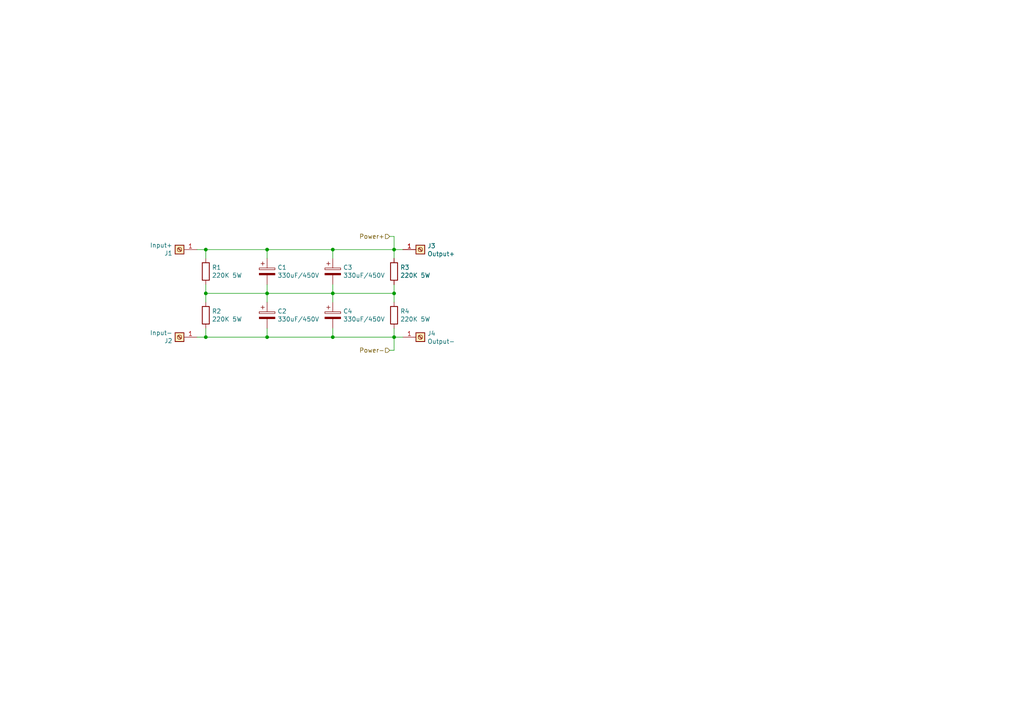
<source format=kicad_sch>
(kicad_sch (version 20211123) (generator eeschema)
  (paper "A4")
  (title_block (title "Full Capacitor Bank") (date "2020-01-07") (rev "1"))
  (lib_symbols
    (symbol "Connector:Screw_Terminal_01x01" (pin_names (offset 1.016) hide)
      (property "Reference" "J" (at 0 2.54 0))
      (property "Value" "Screw_Terminal_01x01" (at 0 -2.54 0))
      (symbol "Screw_Terminal_01x01_1_1"
        (rectangle (start -1.27 1.27) (end 1.27 -1.27) (stroke (width 0.254)) (fill (type background)))
        (polyline (pts (xy -0.5334 0.3302) (xy 0.3302 -0.508)) (stroke (width 0.1524)))
        (polyline (pts (xy -0.3556 0.508) (xy 0.508 -0.3302)) (stroke (width 0.1524)))
        (circle (center 0 0) (radius 0.635) (stroke (width 0.1524)))
        (pin passive line (at -5.08 0 0) (length 3.81) (name "Pin_1") (number "1"))
      )
    )
    (symbol "Device:C_Polarized" (pin_numbers hide) (pin_names (offset 0.254))
      (property "Reference" "C" (at 0.635 2.54 0))
      (property "Value" "C_Polarized" (at 0.635 -2.54 0))
      (symbol "C_Polarized_0_1"
        (rectangle (start -2.286 0.508) (end 2.286 1.016))
        (polyline (pts (xy -1.778 2.286) (xy -0.762 2.286)))
        (polyline (pts (xy -1.27 2.794) (xy -1.27 1.778)))
        (rectangle (start 2.286 -0.508) (end -2.286 -1.016) (fill (type outline)))
      )
      (symbol "C_Polarized_1_1"
        (pin passive line (at 0 3.81 270) (length 2.794) (name "~") (number "1"))
        (pin passive line (at 0 -3.81 90) (length 2.794) (name "~") (number "2"))
      )
    )
    (symbol "Device:R" (pin_numbers hide) (pin_names (offset 0))
      (property "Reference" "R" (at 2.032 0 90))
      (property "Value" "R" (at 0 0 90))
      (symbol "R_0_1"
        (rectangle (start -1.016 -2.54) (end 1.016 2.54) (stroke (width 0.254)))
      )
      (symbol "R_1_1"
        (pin passive line (at 0 3.81 270) (length 1.27) (name "~") (number "1"))
        (pin passive line (at 0 -3.81 90) (length 1.27) (name "~") (number "2"))
      )
    )
  )
  (junction (at 77.47 97.79))
  (junction (at 77.47 85.09))
  (junction (at 114.3 85.09))
  (junction (at 59.69 97.79))
  (junction (at 114.3 97.79))
  (junction (at 59.69 85.09))
  (junction (at 77.47 72.39))
  (junction (at 96.52 72.39))
  (junction (at 59.69 72.39))
  (junction (at 96.52 97.79))
  (junction (at 96.52 85.09))
  (junction (at 114.3 72.39))
  (wire (pts (xy 57.15 97.79) (xy 59.69 97.79)))
  (wire (pts (xy 59.69 82.55) (xy 59.69 85.09)))
  (wire (pts (xy 114.3 97.79) (xy 114.3 101.6)))
  (wire (pts (xy 59.69 87.63) (xy 59.69 85.09)))
  (wire (pts (xy 77.47 87.63) (xy 77.47 85.09)))
  (wire (pts (xy 114.3 87.63) (xy 114.3 85.09)))
  (wire (pts (xy 59.69 72.39) (xy 59.69 74.93)))
  (wire (pts (xy 113.03 68.58) (xy 114.3 68.58)))
  (wire (pts (xy 77.47 85.09) (xy 96.52 85.09)))
  (wire (pts (xy 59.69 72.39) (xy 77.47 72.39)))
  (wire (pts (xy 114.3 82.55) (xy 114.3 85.09)))
  (wire (pts (xy 114.3 74.93) (xy 114.3 72.39)))
  (wire (pts (xy 59.69 95.25) (xy 59.69 97.79)))
  (wire (pts (xy 77.47 97.79) (xy 96.52 97.79)))
  (wire (pts (xy 114.3 85.09) (xy 96.52 85.09)))
  (wire (pts (xy 59.69 85.09) (xy 77.47 85.09)))
  (wire (pts (xy 114.3 97.79) (xy 116.84 97.79)))
  (wire (pts (xy 57.15 72.39) (xy 59.69 72.39)))
  (wire (pts (xy 77.47 82.55) (xy 77.47 85.09)))
  (wire (pts (xy 96.52 82.55) (xy 96.52 85.09)))
  (wire (pts (xy 114.3 68.58) (xy 114.3 72.39)))
  (wire (pts (xy 96.52 95.25) (xy 96.52 97.79)))
  (wire (pts (xy 114.3 72.39) (xy 116.84 72.39)))
  (wire (pts (xy 59.69 97.79) (xy 77.47 97.79)))
  (wire (pts (xy 96.52 74.93) (xy 96.52 72.39)))
  (wire (pts (xy 77.47 74.93) (xy 77.47 72.39)))
  (wire (pts (xy 77.47 72.39) (xy 96.52 72.39)))
  (wire (pts (xy 96.52 87.63) (xy 96.52 85.09)))
  (wire (pts (xy 114.3 101.6) (xy 113.03 101.6)))
  (wire (pts (xy 114.3 95.25) (xy 114.3 97.79)))
  (wire (pts (xy 96.52 97.79) (xy 114.3 97.79)))
  (wire (pts (xy 77.47 95.25) (xy 77.47 97.79)))
  (wire (pts (xy 96.52 72.39) (xy 114.3 72.39)))
  (hierarchical_label "Power+" (shape input) (at 113.03 68.58 180))
  (hierarchical_label "Power-" (shape input) (at 113.03 101.6 180))
  (symbol (lib_id "Device:R") (at 59.69 78.74 0) (unit 1)
    (property "Reference" "R1" (at 61.468 77.5716 0) (effects (justify left)))
    (property "Value" "220K 5W" (at 61.468 79.883 0) (effects (justify left)))
    (property "Footprint" "Resistor_THT:R_Axial_DIN0414_L11.9mm_D4.5mm_P15.24mm_Horizontal" (effects hide))
  )
  (symbol (lib_id "Device:R") (at 59.69 91.44 0) (unit 1)
    (property "Reference" "R2" (at 61.468 90.2716 0) (effects (justify left)))
    (property "Value" "220K 5W" (at 61.468 92.583 0) (effects (justify left)))
    (property "Footprint" "Resistor_THT:R_Axial_DIN0414_L11.9mm_D4.5mm_P15.24mm_Horizontal" (effects hide))
  )
  (symbol (lib_id "Device:R") (at 114.3 78.74 0) (unit 1)
    (property "Reference" "R3" (at 116.078 77.5716 0) (effects (justify left)))
    (property "Value" "220K 5W" (at 116.078 79.883 0) (effects (justify left)))
    (property "Footprint" "Resistor_THT:R_Axial_DIN0414_L11.9mm_D4.5mm_P15.24mm_Horizontal" (effects hide))
  )
  (symbol (lib_id "Device:R") (at 114.3 91.44 0) (unit 1)
    (property "Reference" "R4" (at 116.078 90.2716 0) (effects (justify left)))
    (property "Value" "220K 5W" (at 116.078 92.583 0) (effects (justify left)))
    (property "Footprint" "Resistor_THT:R_Axial_DIN0414_L11.9mm_D4.5mm_P15.24mm_Horizontal" (effects hide))
  )
  (symbol (lib_id "Device:C_Polarized") (at 77.47 78.74 0) (unit 1)
    (property "Reference" "C1" (at 80.4672 77.5716 0) (effects (justify left)))
    (property "Value" "330uF/450V" (at 80.4672 79.883 0) (effects (justify left)))
    (property "Footprint" "Capacitor_THT:CP_Radial_D30.0mm_P10.00mm_SnapIn" (effects hide))
  )
  (symbol (lib_id "Device:C_Polarized") (at 96.52 78.74 0) (unit 1)
    (property "Reference" "C3" (at 99.5172 77.5716 0) (effects (justify left)))
    (property "Value" "330uF/450V" (at 99.5172 79.883 0) (effects (justify left)))
    (property "Footprint" "Capacitor_THT:CP_Radial_D30.0mm_P10.00mm_SnapIn" (effects hide))
  )
  (symbol (lib_id "Device:C_Polarized") (at 77.47 91.44 0) (unit 1)
    (property "Reference" "C2" (at 80.4672 90.2716 0) (effects (justify left)))
    (property "Value" "330uF/450V" (at 80.4672 92.583 0) (effects (justify left)))
    (property "Footprint" "Capacitor_THT:CP_Radial_D30.0mm_P10.00mm_SnapIn" (effects hide))
  )
  (symbol (lib_id "Device:C_Polarized") (at 96.52 91.44 0) (unit 1)
    (property "Reference" "C4" (at 99.5172 90.2716 0) (effects (justify left)))
    (property "Value" "330uF/450V" (at 99.5172 92.583 0) (effects (justify left)))
    (property "Footprint" "Capacitor_THT:CP_Radial_D30.0mm_P10.00mm_SnapIn" (effects hide))
  )
  (symbol (lib_id "Connector:Screw_Terminal_01x01") (at 121.92 72.39 0) (unit 1)
    (property "Reference" "J3" (at 123.952 71.3232 0) (effects (justify left)))
    (property "Value" "Output+" (at 123.952 73.6346 0) (effects (justify left)))
    (property "Footprint" "MountingHole:MountingHole_6.4mm_M6_ISO14580_Pad" (effects hide))
  )
  (symbol (lib_id "Connector:Screw_Terminal_01x01") (at 121.92 97.79 0) (unit 1)
    (property "Reference" "J4" (at 123.952 96.7232 0) (effects (justify left)))
    (property "Value" "Output-" (at 123.952 99.0346 0) (effects (justify left)))
    (property "Footprint" "MountingHole:MountingHole_6.4mm_M6_ISO14580_Pad" (effects hide))
  )
  (symbol (lib_id "Connector:Screw_Terminal_01x01") (at 52.07 72.39 180) (unit 1)
    (property "Reference" "J1" (at 50.038 73.4568 0) (effects (justify left)))
    (property "Value" "Input+" (at 50.038 71.1454 0) (effects (justify left)))
    (property "Footprint" "MountingHole:MountingHole_6.4mm_M6_ISO14580_Pad" (effects hide))
  )
  (symbol (lib_id "Connector:Screw_Terminal_01x01") (at 52.07 97.79 180) (unit 1)
    (property "Reference" "J2" (at 50.038 98.8568 0) (effects (justify left)))
    (property "Value" "Input-" (at 50.038 96.5454 0) (effects (justify left)))
    (property "Footprint" "MountingHole:MountingHole_6.4mm_M6_ISO14580_Pad" (effects hide))
  )
)
</source>
